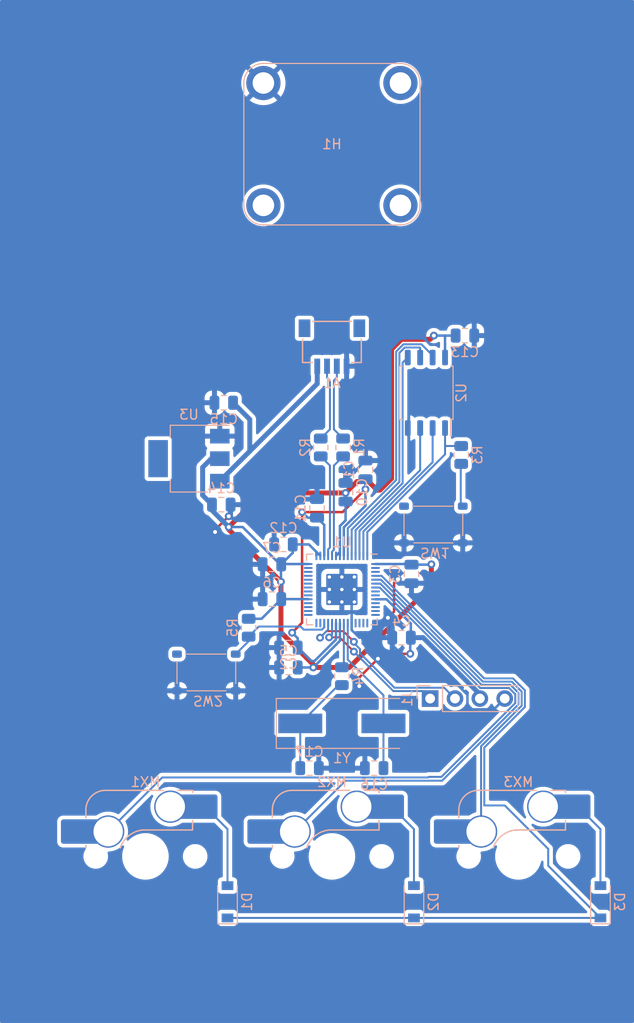
<source format=kicad_pcb>
(kicad_pcb (version 20211014) (generator pcbnew)
  (layers (0 "F.Cu" signal) (31 "B.Cu" signal) (34 "B.Paste" user) (35 "F.Paste" user) (36 "B.SilkS" user "B.Silkscreen") (37 "F.SilkS" user "F.Silkscreen") (38 "B.Mask" user) (39 "F.Mask" user) (44 "Edge.Cuts" user))
  (net 0 "")
  (net 1 "D+")
  (net 2 "GND")
  (net 3 "D-")
  (net 4 "+5V")
  (net 5 "+1V1")
  (net 6 "+3V3")
  (net 7 "Net-(C16-Pad2)")
  (net 8 "Net-(C17-Pad2)")
  (net 9 "row0")
  (net 10 "Net-(D1-Pad2)")
  (net 11 "Net-(D2-Pad2)")
  (net 12 "Net-(D3-Pad2)")
  (net 13 "Net-(J1-Pad1)")
  (net 14 "Net-(J1-Pad2)")
  (net 15 "/DP")
  (net 16 "/DN")
  (net 17 "Net-(R3-Pad1)")
  (net 18 "SS")
  (net 19 "Net-(R4-Pad2)")
  (net 20 "Net-(R5-Pad2)")
  (net 47 "Net-(U1-Pad51)")
  (net 48 "SCLK")
  (net 49 "Net-(U1-Pad53)")
  (net 50 "Net-(U1-Pad54)")
  (net 51 "Net-(U1-Pad55)")
  (net 52 "col0")
  (net 53 "col1")
  (net 54 "col2")
  (footprint "local:TS-1187A" (layer "B.Cu") (at 157.782 89.946)
    (fp_text reference "SW2" (at 3.175 4.7625 -180 unlocked) (layer "B.SilkS") (effects (justify mirror)))
    (fp_text value "SW_Reset")
    (pad "1" smd roundrect (at 6 3.75) (size 1 0.75) (layers "B.Cu" "B.Paste" "B.Mask") (net 2 "GND"))
    (pad "1" smd roundrect (at 0 3.75) (size 1 0.75) (layers "B.Cu" "B.Paste" "B.Mask") (net 2 "GND"))
    (pad "2" smd roundrect (at 6 0) (size 1 0.75) (layers "B.Cu" "B.Paste" "B.Mask") (net 20 "Net-(R5-Pad2)"))
    (pad "2" smd roundrect (at 0 0) (size 1 0.75) (layers "B.Cu" "B.Paste" "B.Mask") (net 20 "Net-(R5-Pad2)"))
  )
  (footprint "Resistor_SMD:R_0805_2012Metric" (layer "B.Cu") (at 186.817 69.596 90)
    (fp_text reference "R3" (at 0 1.65 90) (layer "B.SilkS") (effects (justify mirror)))
    (fp_text value "1k")
    (pad "1" smd roundrect (at -0.9125 0 90) (size 1.025 1.4) (layers "B.Cu" "B.Paste" "B.Mask") (roundrect_rratio 0.243902) (net 17 "Net-(R3-Pad1)"))
    (pad "2" smd roundrect (at 0.9125 0 90) (size 1.025 1.4) (layers "B.Cu" "B.Paste" "B.Mask") (roundrect_rratio 0.243902) (net 18 "SS"))
  )
  (footprint "Resistor_SMD:R_0805_2012Metric" (layer "B.Cu") (at 165.1 87.249 -90)
    (fp_text reference "R5" (at 0 1.65 -270) (layer "B.SilkS") (effects (justify mirror)))
    (fp_text value "1k")
    (pad "1" smd roundrect (at -0.9125 0 270) (size 1.025 1.4) (layers "B.Cu" "B.Paste" "B.Mask") (roundrect_rratio 0.243902) (net 6 "+3V3"))
    (pad "2" smd roundrect (at 0.9125 0 270) (size 1.025 1.4) (layers "B.Cu" "B.Paste" "B.Mask") (roundrect_rratio 0.243902) (net 20 "Net-(R5-Pad2)"))
  )
  (footprint "local:TS-1187A" (layer "B.Cu") (at 180.975 74.833)
    (fp_text reference "SW1" (at 3.175 4.7625 -180 unlocked) (layer "B.SilkS") (effects (justify mirror)))
    (fp_text value "SW_USB_BOOT")
    (pad "1" smd roundrect (at 0 3.75) (size 1 0.75) (layers "B.Cu" "B.Paste" "B.Mask") (net 2 "GND"))
    (pad "1" smd roundrect (at 6 3.75) (size 1 0.75) (layers "B.Cu" "B.Paste" "B.Mask") (net 2 "GND"))
    (pad "2" smd roundrect (at 0 0) (size 1 0.75) (layers "B.Cu" "B.Paste" "B.Mask") (net 17 "Net-(R3-Pad1)"))
    (pad "2" smd roundrect (at 6 0) (size 1 0.75) (layers "B.Cu" "B.Paste" "B.Mask") (net 17 "Net-(R3-Pad1)"))
  )
  (footprint "Capacitor_SMD:C_0805_2012Metric" (layer "B.Cu") (at 171.323 101.6 180)
    (fp_text reference "C17" (at 0 1.68) (layer "B.SilkS") (effects (justify mirror)))
    (fp_text value "27pF")
    (pad "1" smd roundrect (at -0.95 0 180) (size 1 1.45) (layers "B.Cu" "B.Paste" "B.Mask") (net 2 "GND"))
    (pad "2" smd roundrect (at 0.95 0 180) (size 1 1.45) (layers "B.Cu" "B.Paste" "B.Mask") (net 8 "Net-(C17-Pad2)"))
  )
  (footprint "Resistor_SMD:R_0805_2012Metric" (layer "B.Cu") (at 174.625 92.202 90)
    (fp_text reference "R4" (at 0 1.65 90) (layer "B.SilkS") (effects (justify mirror)))
    (fp_text value "1k")
    (pad "1" smd roundrect (at -0.9125 0 90) (size 1.025 1.4) (layers "B.Cu" "B.Paste" "B.Mask") (roundrect_rratio 0.243902) (net 8 "Net-(C17-Pad2)"))
    (pad "2" smd roundrect (at 0.9125 0 90) (size 1.025 1.4) (layers "B.Cu" "B.Paste" "B.Mask") (roundrect_rratio 0.243902) (net 19 "Net-(R4-Pad2)"))
  )
  (footprint "Capacitor_SMD:C_0805_2012Metric" (layer "B.Cu") (at 169.164 89.281)
    (fp_text reference "C2" (at 0 1.68) (layer "B.SilkS") (effects (justify mirror)))
    (fp_text value "100nF")
    (pad "1" smd roundrect (at -0.95 0) (size 1 1.45) (layers "B.Cu" "B.Paste" "B.Mask") (net 2 "GND"))
    (pad "2" smd roundrect (at 0.95 0) (size 1 1.45) (layers "B.Cu" "B.Paste" "B.Mask") (net 5 "+1V1"))
  )
  (footprint "Capacitor_SMD:C_0805_2012Metric" (layer "B.Cu") (at 187.198 57.404)
    (fp_text reference "C13" (at 0 1.68) (layer "B.SilkS") (effects (justify mirror)))
    (fp_text value "100nF")
    (pad "1" smd roundrect (at -0.95 0) (size 1 1.45) (layers "B.Cu" "B.Paste" "B.Mask") (net 6 "+3V3"))
    (pad "2" smd roundrect (at 0.95 0) (size 1 1.45) (layers "B.Cu" "B.Paste" "B.Mask") (net 2 "GND"))
  )
  (footprint "Capacitor_SMD:C_0805_2012Metric" (layer "B.Cu") (at 181.737 81.75625 -90)
    (fp_text reference "C3" (at 0 1.68 90) (layer "B.SilkS") (effects (justify mirror)))
    (fp_text value "100nF")
    (pad "1" smd roundrect (at -0.95 0 270) (size 1 1.45) (layers "B.Cu" "B.Paste" "B.Mask") (net 6 "+3V3"))
    (pad "2" smd roundrect (at 0.95 0 270) (size 1 1.45) (layers "B.Cu" "B.Paste" "B.Mask") (net 2 "GND"))
  )
  (footprint "marbastlib-mx:SW_MX_HS_1u" (layer "B.Cu") (at 192.659 110.617 180)
    (fp_text reference "MX3" (at 0 7.6) (layer "B.SilkS") (effects (justify mirror)))
    (fp_text value "C" hide)
    (pad "" np_thru_hole circle (at 5.08 0 180) (size 1.75 1.75) (drill 1.75) (layers *.Cu *.Mask))
    (pad "" np_thru_hole circle (at -5.08 0 180) (size 1.75 1.75) (drill 1.75) (layers *.Cu *.Mask))
    (pad "" np_thru_hole circle (at 0 0 180) (size 3.9878 3.9878) (drill 3.9878) (layers *.Cu *.Mask))
    (pad "1" smd rect (at 5.635 2.54) (size 1.65 2.5) (layers "B.Cu") (net 54 "col2"))
    (pad "1" thru_hole circle (at 3.81 2.54 180) (size 3.3 3.3) (drill 3) (layers *.Cu *.Mask) (net 54 "col2"))
    (pad "1" smd roundrect (at 7.36 2.54 180) (size 2.55 2.5) (layers "B.Cu" "B.Paste" "B.Mask") (roundrect_rratio 0.1) (net 54 "col2"))
    (pad "2" smd rect (at -4.34 5.08 180) (size 1.65 2.5) (layers "B.Cu") (net 12 "Net-(D3-Pad2)"))
    (pad "2" smd roundrect (at -6.09 5.08 180) (size 2.55 2.5) (layers "B.Cu" "B.Paste" "B.Mask") (roundrect_rratio 0.1) (net 12 "Net-(D3-Pad2)"))
    (pad "2" thru_hole circle (at -2.54 5.08 180) (size 3.3 3.3) (drill 3) (layers *.Cu *.Mask) (net 12 "Net-(D3-Pad2)"))
  )
  (footprint "Capacitor_SMD:C_0805_2012Metric" (layer "B.Cu") (at 168.656 78.74 180)
    (fp_text reference "C12" (at 0 1.68) (layer "B.SilkS") (effects (justify mirror)))
    (fp_text value "1uF")
    (pad "1" smd roundrect (at -0.95 0 180) (size 1 1.45) (layers "B.Cu" "B.Paste" "B.Mask") (net 6 "+3V3"))
    (pad "2" smd roundrect (at 0.95 0 180) (size 1 1.45) (layers "B.Cu" "B.Paste" "B.Mask") (net 2 "GND"))
  )
  (footprint "Package_TO_SOT_SMD:SOT-223-3_TabPin2" (layer "B.Cu") (at 159.004 69.977 180)
    (fp_text reference "U3" (at 0 4.5) (layer "B.SilkS") (effects (justify mirror)))
    (fp_text value "NCP1117-3.3_SOT223")
    (pad "" smd rect (at 3.15 0 180) (size 2 3.8) (layers "B.Cu" "B.Paste" "B.Mask"))
    (pad "1" smd rect (at -3.15 2.3 180) (size 2 1.5) (layers "B.Cu" "B.Paste" "B.Mask") (net 2 "GND"))
    (pad "2" smd rect (at -3.15 0 180) (size 2 1.5) (layers "B.Cu" "B.Paste" "B.Mask") (net 6 "+3V3"))
    (pad "3" smd rect (at -3.15 -2.3 180) (size 2 1.5) (layers "B.Cu" "B.Paste" "B.Mask") (net 4 "+5V"))
  )
  (footprint "Capacitor_SMD:C_0805_2012Metric" (layer "B.Cu") (at 169.164 91.313 180)
    (fp_text reference "C5" (at 0 1.68) (layer "B.SilkS") (effects (justify mirror)))
    (fp_text value "100nF")
    (pad "1" smd roundrect (at -0.95 0 180) (size 1 1.45) (layers "B.Cu" "B.Paste" "B.Mask") (net 6 "+3V3"))
    (pad "2" smd roundrect (at 0.95 0 180) (size 1 1.45) (layers "B.Cu" "B.Paste" "B.Mask") (net 2 "GND"))
  )
  (footprint "Capacitor_SMD:C_0805_2012Metric" (layer "B.Cu") (at 167.48125 80.772 180)
    (fp_text reference "C7" (at 0 1.68) (layer "B.SilkS") (effects (justify mirror)))
    (fp_text value "100nF")
    (pad "1" smd roundrect (at -0.95 0 180) (size 1 1.45) (layers "B.Cu" "B.Paste" "B.Mask") (net 6 "+3V3"))
    (pad "2" smd roundrect (at 0.95 0 180) (size 1 1.45) (layers "B.Cu" "B.Paste" "B.Mask") (net 2 "GND"))
  )
  (footprint "Capacitor_SMD:C_0805_2012Metric" (layer "B.Cu") (at 167.48125 84.328 180)
    (fp_text reference "C6" (at 0 1.68) (layer "B.SilkS") (effects (justify mirror)))
    (fp_text value "100nF")
    (pad "1" smd roundrect (at -0.95 0 180) (size 1 1.45) (layers "B.Cu" "B.Paste" "B.Mask") (net 6 "+3V3"))
    (pad "2" smd roundrect (at 0.95 0 180) (size 1 1.45) (layers "B.Cu" "B.Paste" "B.Mask") (net 2 "GND"))
  )
  (footprint "Diode_SMD:D_SOD-123" (layer "B.Cu") (at 181.991 115.2525 90)
    (fp_text reference "D2" (at 0 2 90) (layer "B.SilkS") (effects (justify mirror)))
    (fp_text value "D_Small")
    (pad "1" smd rect (at -1.65 0 90) (size 0.9 1.2) (layers "B.Cu" "B.Paste" "B.Mask") (net 9 "row0"))
    (pad "2" smd rect (at 1.65 0 90) (size 0.9 1.2) (layers "B.Cu" "B.Paste" "B.Mask") (net 11 "Net-(D2-Pad2)"))
  )
  (footprint "Crystal:Crystal_SMD_HC49-SD" (layer "B.Cu") (at 174.625 97.028)
    (fp_text reference "Y1" (at 0 3.55) (layer "B.SilkS") (effects (justify mirror)))
    (fp_text value "ABLS-12.000MHZ-B4-T")
    (pad "1" smd rect (at -4.25 0) (size 4.5 2) (layers "B.Cu" "B.Paste" "B.Mask") (net 8 "Net-(C17-Pad2)"))
    (pad "2" smd rect (at 4.25 0) (size 4.5 2) (layers "B.Cu" "B.Paste" "B.Mask") (net 7 "Net-(C16-Pad2)"))
  )
  (footprint "Resistor_SMD:R_0805_2012Metric" (layer "B.Cu") (at 172.466 68.834 90)
    (fp_text reference "R2" (at 0 -1.5875 90) (layer "B.SilkS") (effects (justify mirror)))
    (fp_text value "27")
    (pad "1" smd roundrect (at -0.9125 0 90) (size 1.025 1.4) (layers "B.Cu" "B.Paste" "B.Mask") (roundrect_rratio 0.243902) (net 16 "/DN"))
    (pad "2" smd roundrect (at 0.9125 0 90) (size 1.025 1.4) (layers "B.Cu" "B.Paste" "B.Mask") (roundrect_rratio 0.243902) (net 3 "D-"))
  )
  (footprint "Diode_SMD:D_SOD-123" (layer "B.Cu") (at 201.041 115.2525 90)
    (fp_text reference "D3" (at 0 2 90) (layer "B.SilkS") (effects (justify mirror)))
    (fp_text value "D_Small")
    (pad "1" smd rect (at -1.65 0 90) (size 0.9 1.2) (layers "B.Cu" "B.Paste" "B.Mask") (net 9 "row0"))
    (pad "2" smd rect (at 1.65 0 90) (size 0.9 1.2) (layers "B.Cu" "B.Paste" "B.Mask") (net 12 "Net-(D3-Pad2)"))
  )
  (footprint "Capacitor_SMD:C_0805_2012Metric" (layer "B.Cu") (at 175.006 73.406 90)
    (fp_text reference "C10" (at 0 1.68 90) (layer "B.SilkS") (effects (justify mirror)))
    (fp_text value "100nF")
    (pad "1" smd roundrect (at -0.95 0 90) (size 1 1.45) (layers "B.Cu" "B.Paste" "B.Mask") (net 6 "+3V3"))
    (pad "2" smd roundrect (at 0.95 0 90) (size 1 1.45) (layers "B.Cu" "B.Paste" "B.Mask") (net 2 "GND"))
  )
  (footprint "Capacitor_SMD:C_0805_2012Metric" (layer "B.Cu") (at 172.085 75.057 -90)
    (fp_text reference "C11" (at 0 1.68 90) (layer "B.SilkS") (effects (justify mirror)))
    (fp_text value "1uF")
    (pad "1" smd roundrect (at -0.95 0 270) (size 1 1.45) (layers "B.Cu" "B.Paste" "B.Mask") (net 2 "GND"))
    (pad "2" smd roundrect (at 0.95 0 270) (size 1 1.45) (layers "B.Cu" "B.Paste" "B.Mask") (net 5 "+1V1"))
  )
  (footprint "Capacitor_SMD:C_0805_2012Metric" (layer "B.Cu") (at 180.721 88.265 180)
    (fp_text reference "C4" (at 0 1.68) (layer "B.SilkS") (effects (justify mirror)))
    (fp_text value "100nF")
    (pad "1" smd roundrect (at -0.95 0 180) (size 1 1.45) (layers "B.Cu" "B.Paste" "B.Mask") (net 6 "+3V3"))
    (pad "2" smd roundrect (at 0.95 0 180) (size 1 1.45) (layers "B.Cu" "B.Paste" "B.Mask") (net 2 "GND"))
  )
  (footprint "RP2040_minimal:RP2040-QFN-56" (layer "B.Cu") (at 174.625 83.34375 180)
    (fp_text reference "U1" (at 0 4.82) (layer "B.SilkS") (effects (justify mirror)))
    (fp_text value "RP2040")
    (pad "1" smd roundrect locked (at -3.4375 2.6 180) (size 0.875 0.2) (layers "B.Cu" "B.Paste" "B.Mask") (net 6 "+3V3"))
    (pad "2" smd roundrect locked (at -3.4375 2.2 180) (size 0.875 0.2) (layers "B.Cu" "B.Paste" "B.Mask"))
    (pad "3" smd roundrect locked (at -3.4375 1.8 180) (size 0.875 0.2) (layers "B.Cu" "B.Paste" "B.Mask"))
    (pad "4" smd roundrect locked (at -3.4375 1.4 180) (size 0.875 0.2) (layers "B.Cu" "B.Paste" "B.Mask") (net 9 "row0"))
    (pad "5" smd roundrect locked (at -3.4375 1 180) (size 0.875 0.2) (layers "B.Cu" "B.Paste" "B.Mask") (net 54 "col2"))
    (pad "6" smd roundrect locked (at -3.4375 0.6 180) (size 0.875 0.2) (layers "B.Cu" "B.Paste" "B.Mask") (net 53 "col1"))
    (pad "7" smd roundrect locked (at -3.4375 0.2 180) (size 0.875 0.2) (layers "B.Cu" "B.Paste" "B.Mask") (net 52 "col0"))
    (pad "8" smd roundrect locked (at -3.4375 -0.2 180) (size 0.875 0.2) (layers "B.Cu" "B.Paste" "B.Mask"))
    (pad "9" smd roundrect locked (at -3.4375 -0.6 180) (size 0.875 0.2) (layers "B.Cu" "B.Paste" "B.Mask"))
    (pad "10" smd roundrect locked (at -3.4375 -1 180) (size 0.875 0.2) (layers "B.Cu" "B.Paste" "B.Mask") (net 6 "+3V3"))
    (pad "11" smd roundrect locked (at -3.4375 -1.4 180) (size 0.875 0.2) (layers "B.Cu" "B.Paste" "B.Mask"))
    (pad "12" smd roundrect locked (at -3.4375 -1.8 180) (size 0.875 0.2) (layers "B.Cu" "B.Paste" "B.Mask"))
    (pad "13" smd roundrect locked (at -3.4375 -2.2 180) (size 0.875 0.2) (layers "B.Cu" "B.Paste" "B.Mask"))
    (pad "14" smd roundrect locked (at -3.4375 -2.6 180) (size 0.875 0.2) (layers "B.Cu" "B.Paste" "B.Mask"))
    (pad "15" smd roundrect locked (at -2.6 -3.4375 180) (size 0.2 0.875) (layers "B.Cu" "B.Paste" "B.Mask"))
    (pad "16" smd roundrect locked (at -2.2 -3.4375 180) (size 0.2 0.875) (layers "B.Cu" "B.Paste" "B.Mask"))
    (pad "17" smd roundrect locked (at -1.8 -3.4375 180) (size 0.2 0.875) (layers "B.Cu" "B.Paste" "B.Mask"))
    (pad "18" smd roundrect locked (at -1.4 -3.4375 180) (size 0.2 0.875) (layers "B.Cu" "B.Paste" "B.Mask"))
    (pad "19" smd roundrect locked (at -1 -3.4375 180) (size 0.2 0.875) (layers "B.Cu" "B.Paste" "B.Mask") (net 2 "GND"))
    (pad "20" smd roundrect locked (at -0.6 -3.4375 180) (size 0.2 0.875) (layers "B.Cu" "B.Paste" "B.Mask") (net 7 "Net-(C16-Pad2)"))
    (pad "21" smd roundrect locked (at -0.2 -3.4375 180) (size 0.2 0.875) (layers "B.Cu" "B.Paste" "B.Mask") (net 19 "Net-(R4-Pad2)"))
    (pad "22" smd roundrect locked (at 0.2 -3.4375 180) (size 0.2 0.875) (layers "B.Cu" "B.Paste" "B.Mask") (net 6 "+3V3"))
    (pad "23" smd roundrect locked (at 0.6 -3.4375 180) (size 0.2 0.875) (layers "B.Cu" "B.Paste" "B.Mask") (net 5 "+1V1"))
    (pad "24" smd roundrect locked (at 1 -3.4375 180) (size 0.2 0.875) (layers "B.Cu" "B.Paste" "B.Mask") (net 13 "Net-(J1-Pad1)"))
    (pad "25" smd roundrect locked (at 1.4 -3.4375 180) (size 0.2 0.875) (layers "B.Cu" "B.Paste" "B.Mask") (net 14 "Net-(J1-Pad2)"))
    (pad "26" smd roundrect locked (at 1.8 -3.4375 180) (size 0.2 0.875) (layers "B.Cu" "B.Paste" "B.Mask") (net 20 "Net-(R5-Pad2)"))
    (pad "27" smd roundrect locked (at 2.2 -3.4375 180) (size 0.2 0.875) (layers "B.Cu" "B.Paste" "B.Mask"))
    (pad "28" smd roundrect locked (at 2.6 -3.4375 180) (size 0.2 0.875) (layers "B.Cu" "B.Paste" "B.Mask"))
    (pad "29" smd roundrect locked (at 3.4375 -2.6 180) (size 0.875 0.2) (layers "B.Cu" "B.Paste" "B.Mask"))
    (pad "30" smd roundrect locked (at 3.4375 -2.2 180) (size 0.875 0.2) (layers "B.Cu" "B.Paste" "B.Mask"))
    (pad "31" smd roundrect locked (at 3.4375 -1.8 180) (size 0.875 0.2) (layers "B.Cu" "B.Paste" "B.Mask"))
    (pad "32" smd roundrect locked (at 3.4375 -1.4 180) (size 0.875 0.2) (layers "B.Cu" "B.Paste" "B.Mask"))
    (pad "33" smd roundrect locked (at 3.4375 -1 180) (size 0.875 0.2) (layers "B.Cu" "B.Paste" "B.Mask") (net 6 "+3V3"))
    (pad "34" smd roundrect locked (at 3.4375 -0.6 180) (size 0.875 0.2) (layers "B.Cu" "B.Paste" "B.Mask"))
    (pad "35" smd roundrect locked (at 3.4375 -0.2 180) (size 0.875 0.2) (layers "B.Cu" "B.Paste" "B.Mask"))
    (pad "36" smd roundrect locked (at 3.4375 0.2 180) (size 0.875 0.2) (layers "B.Cu" "B.Paste" "B.Mask"))
    (pad "37" smd roundrect locked (at 3.4375 0.6 180) (size 0.875 0.2) (layers "B.Cu" "B.Paste" "B.Mask"))
    (pad "38" smd roundrect locked (at 3.4375 1 180) (size 0.875 0.2) (layers "B.Cu" "B.Paste" "B.Mask"))
    (pad "39" smd roundrect locked (at 3.4375 1.4 180) (size 0.875 0.2) (layers "B.Cu" "B.Paste" "B.Mask"))
    (pad "40" smd roundrect locked (at 3.4375 1.8 180) (size 0.875 0.2) (layers "B.Cu" "B.Paste" "B.Mask"))
    (pad "41" smd roundrect locked (at 3.4375 2.2 180) (size 0.875 0.2) (layers "B.Cu" "B.Paste" "B.Mask"))
    (pad "42" smd roundrect locked (at 3.4375 2.6 180) (size 0.875 0.2) (layers "B.Cu" "B.Paste" "B.Mask") (net 6 "+3V3"))
    (pad "43" smd roundrect locked (at 2.6 3.4375 180) (size 0.2 0.875) (layers "B.Cu" "B.Paste" "B.Mask") (net 6 "+3V3"))
    (pad "44" smd roundrect locked (at 2.2 3.4375 180) (size 0.2 0.875) (layers "B.Cu" "B.Paste" "B.Mask") (net 6 "+3V3"))
    (pad "45" smd roundrect locked (at 1.8 3.4375 180) (size 0.2 0.875) (layers "B.Cu" "B.Paste" "B.Mask") (net 5 "+1V1"))
    (pad "46" smd roundrect locked (at 1.4 3.4375 180) (size 0.2 0.875) (layers "B.Cu" "B.Paste" "B.Mask") (net 16 "/DN"))
    (pad "47" smd roundrect locked (at 1 3.4375 180) (size 0.2 0.875) (layers "B.Cu" "B.Paste" "B.Mask") (net 15 "/DP"))
    (pad "48" smd roundrect locked (at 0.6 3.4375 180) (size 0.2 0.875) (layers "B.Cu" "B.Paste" "B.Mask") (net 6 "+3V3"))
    (pad "49" smd roundrect locked (at 0.2 3.4375 180) (size 0.2 0.875) (layers "B.Cu" "B.Paste" "B.Mask") (net 6 "+3V3"))
    (pad "50" smd roundrect locked (at -0.2 3.4375 180) (size 0.2 0.875) (layers "B.Cu" "B.Paste" "B.Mask") (net 5 "+1V1"))
    (pad "51" smd roundrect locked (at -0.6 3.4375 180) (size 0.2 0.875) (layers "B.Cu" "B.Paste" "B.Mask") (net 47 "Net-(U1-Pad51)"))
    (pad "52" smd roundrect locked (at -1 3.4375 180) (size 0.2 0.875) (layers "B.Cu" "B.Paste" "B.Mask") (net 48 "SCLK"))
    (pad "53" smd roundrect locked (at -1.4 3.4375 180) (size 0.2 0.875) (layers "B.Cu" "B.Paste" "B.Mask") (net 49 "Net-(U1-Pad53)"))
    (pad "54" smd roundrect locked (at -1.8 3.4375 180) (size 0.2 0.875) (layers "B.Cu" "B.Paste" "B.Mask") (net 50 "Net-(U1-Pad54)"))
    (pad "55" smd roundrect locked (at -2.2 3.4375 180) (size 0.2 0.875) (layers "B.Cu" "B.Paste" "B.Mask") (net 51 "Net-(U1-Pad55)"))
    (pad "56" smd roundrect locked (at -2.6 3.4375 180) (size 0.2 0.875) (layers "B.Cu" "B.Paste" "B.Mask") (net 18 "SS"))
    (pad "57" smd roundrect locked (at 0 0 180) (size 3.2 3.2) (layers "B.Cu" "B.Mask") (roundrect_rratio 0.045) (net 2 "GND"))
    (pad "57" thru_hole circle locked (at 1.275 -1.275 180) (size 0.6 0.6) (drill 0.35) (layers *.Cu) (net 2 "GND"))
    (pad "57" thru_hole circle locked (at 1.275 0 180) (size 0.6 0.6) (drill 0.35) (layers *.Cu) (net 2 "GND"))
    (pad "57" thru_hole circle locked (at 0 1.275 180) (size 0.6 0.6) (drill 0.35) (layers *.Cu) (net 2 "GND"))
    (pad "57" thru_hole circle locked (at 0 0 180) (size 0.6 0.6) (drill 0.35) (layers *.Cu) (net 2 "GND"))
    (pad "57" thru_hole circle locked (at -1.275 1.275 180) (size 0.6 0.6) (drill 0.35) (layers *.Cu) (net 2 "GND"))
    (pad "57" thru_hole circle locked (at -1.275 -1.275 180) (size 0.6 0.6) (drill 0.35) (layers *.Cu) (net 2 "GND"))
    (pad "57" thru_hole circle locked (at -1.275 0 180) (size 0.6 0.6) (drill 0.35) (layers *.Cu) (net 2 "GND"))
    (pad "57" thru_hole circle locked (at 0 -1.275 180) (size 0.6 0.6) (drill 0.35) (layers *.Cu) (net 2 "GND"))
    (pad "57" thru_hole circle locked (at 1.275 1.275 180) (size 0.6 0.6) (drill 0.35) (layers *.Cu) (net 2 "GND"))
  )
  (footprint "Resistor_SMD:R_0805_2012Metric" (layer "B.Cu") (at 174.752 68.834 90)
    (fp_text reference "R1" (at 0 1.65 90) (layer "B.SilkS") (effects (justify mirror)))
    (fp_text value "27")
    (pad "1" smd roundrect (at -0.9125 0 90) (size 1.025 1.4) (layers "B.Cu" "B.Paste" "B.Mask") (roundrect_rratio 0.243902) (net 15 "/DP"))
    (pad "2" smd roundrect (at 0.9125 0 90) (size 1.025 1.4) (layers "B.Cu" "B.Paste" "B.Mask") (roundrect_rratio 0.243902) (net 1 "D+"))
  )
  (footprint "marbastlib-mx:SW_MX_HS_1u" (layer "B.Cu") (at 154.559 110.617 180)
    (fp_text reference "MX1" (at 0 7.6) (layer "B.SilkS") (effects (justify mirror)))
    (fp_text value "Z" hide)
    (pad "" np_thru_hole circle (at -5.08 0 180) (size 1.75 1.75) (drill 1.75) (layers *.Cu *.Mask))
    (pad "" np_thru_hole circle (at 5.08 0 180) (size 1.75 1.75) (drill 1.75) (layers *.Cu *.Mask))
    (pad "" np_thru_hole circle (at 0 0 180) (size 3.9878 3.9878) (drill 3.9878) (layers *.Cu *.Mask))
    (pad "1" thru_hole circle (at 3.81 2.54 180) (size 3.3 3.3) (drill 3) (layers *.Cu *.Mask) (net 52 "col0"))
    (pad "1" smd rect (at 5.635 2.54) (size 1.65 2.5) (layers "B.Cu") (net 52 "col0"))
    (pad "1" smd roundrect (at 7.36 2.54 180) (size 2.55 2.5) (layers "B.Cu" "B.Paste" "B.Mask") (roundrect_rratio 0.1) (net 52 "col0"))
    (pad "2" thru_hole circle (at -2.54 5.08 180) (size 3.3 3.3) (drill 3) (layers *.Cu *.Mask) (net 10 "Net-(D1-Pad2)"))
    (pad "2" smd rect (at -4.34 5.08 180) (size 1.65 2.5) (layers "B.Cu") (net 10 "Net-(D1-Pad2)"))
    (pad "2" smd roundrect (at -6.09 5.08 180) (size 2.55 2.5) (layers "B.Cu" "B.Paste" "B.Mask") (roundrect_rratio 0.1) (net 10 "Net-(D1-Pad2)"))
  )
  (footprint "Capacitor_SMD:C_0805_2012Metric" (layer "B.Cu") (at 177.038 71.12 -90)
    (fp_text reference "C1" (at 0 1.68 90) (layer "B.SilkS") (effects (justify mirror)))
    (fp_text value "100nF")
    (pad "1" smd roundrect (at -0.95 0 270) (size 1 1.45) (layers "B.Cu" "B.Paste" "B.Mask") (net 2 "GND"))
    (pad "2" smd roundrect (at 0.95 0 270) (size 1 1.45) (layers "B.Cu" "B.Paste" "B.Mask") (net 5 "+1V1"))
  )
  (footprint "Connector_PinHeader_2.54mm:PinHeader_1x04_P2.54mm_Vertical" (layer "B.Cu") (at 183.642 94.488 -90)
    (fp_text reference "J1" (at 0 2.33 90) (layer "B.SilkS") (effects (justify mirror)))
    (fp_text value "SWD")
    (pad "1" thru_hole rect (at 0 0 270) (size 1.7 1.7) (drill 1) (layers *.Cu *.Mask) (net 13 "Net-(J1-Pad1)"))
    (pad "2" thru_hole oval (at 0 -2.54 270) (size 1.7 1.7) (drill 1) (layers *.Cu *.Mask) (net 14 "Net-(J1-Pad2)"))
    (pad "3" thru_hole oval (at 0 -5.08 270) (size 1.7 1.7) (drill 1) (layers *.Cu *.Mask) (net 6 "+3V3"))
    (pad "4" thru_hole oval (at 0 -7.62 270) (size 1.7 1.7) (drill 1) (layers *.Cu *.Mask) (net 2 "GND"))
  )
  (footprint "Capacitor_SMD:C_0805_2012Metric" (layer "B.Cu") (at 162.56 64.262)
    (fp_text reference "C15" (at 0 1.68) (layer "B.SilkS") (effects (justify mirror)))
    (fp_text value "10uF")
    (pad "1" smd roundrect (at -0.95 0) (size 1 1.45) (layers "B.Cu" "B.Paste" "B.Mask") (net 2 "GND"))
    (pad "2" smd roundrect (at 0.95 0) (size 1 1.45) (layers "B.Cu" "B.Paste" "B.Mask") (net 4 "+5V"))
  )
  (footprint "random-keyboard-parts:JST-SR-4" (layer "B.Cu") (at 173.609 55.753)
    (fp_text reference "A1" (at 0 6.5) (layer "B.SilkS") (effects (justify mirror)))
    (fp_text value "USB")
    (pad "" smd rect locked (at -2.8 0.9) (size 1.2 1.8) (layers "B.Cu" "B.Paste" "B.Mask"))
    (pad "" smd rect locked (at 2.8 0.9) (size 1.2 1.8) (layers "B.Cu" "B.Paste" "B.Mask"))
    (pad "1" smd rect locked (at -1.5 4.775) (size 0.6 1.55) (layers "B.Cu" "B.Paste" "B.Mask") (net 4 "+5V"))
    (pad "2" smd rect locked (at -0.5 4.775) (size 0.6 1.55) (layers "B.Cu" "B.Paste" "B.Mask") (net 3 "D-"))
    (pad "3" smd rect locked (at 0.5 4.775) (size 0.6 1.55) (layers "B.Cu" "B.Paste" "B.Mask") (net 1 "D+"))
    (pad "4" smd rect locked (at 1.5 4.775) (size 0.6 1.55) (layers "B.Cu" "B.Paste" "B.Mask") (net 2 "GND"))
  )
  (footprint "Package_SO:SOIC-8_5.23x5.23mm_P1.27mm" (layer "B.Cu") (at 183.261 63.246 90)
    (fp_text reference "U2" (at 0 3.56 90) (layer "B.SilkS") (effects (justify mirror)))
    (fp_text value "W25Q128JVS")
    (pad "1" smd roundrect (at -3.6 1.905 90) (size 1.6 0.6) (layers "B.Cu" "B.Paste" "B.Mask") (net 18 "SS"))
    (pad "2" smd roundrect (at -3.6 0.635 90) (size 1.6 0.6) (layers "B.Cu" "B.Paste" "B.Mask") (net 51 "Net-(U1-Pad55)"))
    (pad "3" smd roundrect (at -3.6 -0.635 90) (size 1.6 0.6) (layers "B.Cu" "B.Paste" "B.Mask") (net 50 "Net-(U1-Pad54)"))
    (pad "4" smd roundrect (at -3.6 -1.905 90) (size 1.6 0.6) (layers "B.Cu" "B.Paste" "B.Mask") (net 2 "GND"))
    (pad "5" smd roundrect (at 3.6 -1.905 90) (size 1.6 0.6) (layers "B.Cu" "B.Paste" "B.Mask") (net 49 "Net-(U1-Pad53)"))
    (pad "6" smd roundrect (at 3.6 -0.635 90) (size 1.6 0.6) (layers "B.Cu" "B.Paste" "B.Mask") (net 48 "SCLK"))
    (pad "7" smd roundrect (at 3.6 0.635 90) (size 1.6 0.6) (layers "B.Cu" "B.Paste" "B.Mask") (net 47 "Net-(U1-Pad51)"))
    (pad "8" smd roundrect (at 3.6 1.905 90) (size 1.6 0.6) (layers "B.Cu" "B.Paste" "B.Mask") (net 6 "+3V3"))
  )
  (footprint "Capacitor_SMD:C_0805_2012Metric" (layer "B.Cu") (at 177.927 101.6)
    (fp_text reference "C16" (at 0 1.68) (layer "B.SilkS") (effects (justify mirror)))
    (fp_text value "27pF")
    (pad "1" smd roundrect (at -0.95 0) (size 1 1.45) (layers "B.Cu" "B.Paste" "B.Mask") (net 2 "GND"))
    (pad "2" smd roundrect (at 0.95 0) (size 1 1.45) (layers "B.Cu" "B.Paste" "B.Mask") (net 7 "Net-(C16-Pad2)"))
  )
  (footprint "Capacitor_SMD:C_0805_2012Metric" (layer "B.Cu") (at 162.306 74.676 180)
    (fp_text reference "C14" (at 0 1.68) (layer "B.SilkS") (effects (justify mirror)))
    (fp_text value "10uF")
    (pad "1" smd roundrect (at -0.95 0 180) (size 1 1.45) (layers "B.Cu" "B.Paste" "B.Mask") (net 2 "GND"))
    (pad "2" smd roundrect (at 0.95 0 180) (size 1 1.45) (layers "B.Cu" "B.Paste" "B.Mask") (net 6 "+3V3"))
  )
  (footprint "local:UNIFIED-DAUGHTERBOARD-C3" (layer "B.Cu") (at 173.609 37.846 180)
    (fp_text reference "H1" (at 0 0 unlocked) (layer "B.SilkS") (effects (justify mirror)))
    (fp_text value "Daughterboard")
    (pad "" thru_hole circle (at -7 -6.25 180) (size 3.500001 3.500001) (drill 2.2) (layers *.Cu *.Mask))
    (pad "" thru_hole circle (at -7 6.25 180) (size 3.500001 3.500001) (drill 2.2) (layers *.Cu *.Mask))
    (pad "" thru_hole circle (at 7 -6.25 180) (size 3.500001 3.500001) (drill 2.2) (layers *.Cu *.Mask))
    (pad "1" thru_hole circle (at 7 6.25 180) (size 3.500001 3.500001) (drill 2.2) (layers *.Cu *.Mask) (net 2 "GND"))
  )
  (footprint "marbastlib-mx:SW_MX_HS_1u" (layer "B.Cu") (at 173.609 110.617 180)
    (fp_text reference "MX2" (at 0 7.6) (layer "B.SilkS") (effects (justify mirror)))
    (fp_text value "X" hide)
    (pad "" np_thru_hole circle (at 0 0 180) (size 3.9878 3.9878) (drill 3.9878) (layers *.Cu *.Mask))
    (pad "" np_thru_hole circle (at -5.08 0 180) (size 1.75 1.75) (drill 1.75) (layers *.Cu *.Mask))
    (pad "" np_thru_hole circle (at 5.08 0 180) (size 1.75 1.75) (drill 1.75) (layers *.Cu *.Mask))
    (pad "1" smd roundrect (at 7.36 2.54 180) (size 2.55 2.5) (layers "B.Cu" "B.Paste" "B.Mask") (roundrect_rratio 0.1) (net 53 "col1"))
    (pad "1" smd rect (at 5.635 2.54) (size 1.65 2.5) (layers "B.Cu") (net 53 "col1"))
    (pad "1" thru_hole circle (at 3.81 2.54 180) (size 3.3 3.3) (drill 3) (layers *.Cu *.Mask) (net 53 "col1"))
    (pad "2" thru_hole circle (at -2.54 5.08 180) (size 3.3 3.3) (drill 3) (layers *.Cu *.Mask) (net 11 "Net-(D2-Pad2)"))
    (pad "2" smd rect (at -4.34 5.08 180) (size 1.65 2.5) (layers "B.Cu") (net 11 "Net-(D2-Pad2)"))
    (pad "2" smd roundrect (at -6.09 5.08 180) (size 2.55 2.5) (layers "B.Cu" "B.Paste" "B.Mask") (roundrect_rratio 0.1) (net 11 "Net-(D2-Pad2)"))
  )
  (footprint "Diode_SMD:D_SOD-123" (layer "B.Cu") (at 162.941 115.2525 90)
    (fp_text reference "D1" (at 0 2 90) (layer "B.SilkS") (effects (justify mirror)))
    (fp_text value "D_Small")
    (pad "1" smd rect (at -1.65 0 90) (size 0.9 1.2) (layers "B.Cu" "B.Paste" "B.Mask") (net 9 "row0"))
    (pad "2" smd rect (at 1.65 0 90) (size 0.9 1.2) (layers "B.Cu" "B.Paste" "B.Mask") (net 10 "Net-(D1-Pad2)"))
  )
  (segment (start 173.8106 66.9801) (end 174.752 67.9215) (width 0.2) (layer "B.Cu") (net 1))
  (segment (start 174.109 61.690501) (end 173.8106 61.988901) (width 0.2) (layer "B.Cu") (net 1))
  (segment (start 174.109 60.528) (end 174.109 61.690501) (width 0.2) (layer "B.Cu") (net 1))
  (segment (start 173.8106 61.988901) (end 173.8106 66.9801) (width 0.2) (layer "B.Cu") (net 1))
  (segment (start 178.308 90.424) (end 176.403 92.329) (width 0.254) (layer "F.Cu") (net 2))
  (segment (start 163.068 75.858206) (end 161.671 77.255206) (width 0.254) (layer "F.Cu") (net 2))
  (segment (start 179.959 82.677) (end 179.959 85.598) (width 0.254) (layer "F.Cu") (net 2))
  (segment (start 176.403 92.329) (end 176.403 93.218) (width 0.254) (layer "F.Cu") (net 2))
  (segment (start 179.959 85.598) (end 179.324 86.233) (width 0.254) (layer "F.Cu") (net 2))
  (segment (start 180.34 82.296) (end 179.959 82.677) (width 0.254) (layer "F.Cu") (net 2))
  (segment (start 161.671 77.255206) (end 161.671 77.47) (width 0.254) (layer "F.Cu") (net 2))
  (via (at 179.324 86.233) (size 0.8) (drill 0.4) (layers "F.Cu" "B.Cu") (net 2))
  (via (at 176.403 93.218) (size 0.8) (drill 0.4) (layers "F.Cu" "B.Cu") (net 2))
  (via (at 178.308 90.424) (size 0.8) (drill 0.4) (layers "F.Cu" "B.Cu") (net 2))
  (via (at 161.671 77.47) (size 0.8) (drill 0.4) (layers "F.Cu" "B.Cu") (net 2))
  (via (at 163.068 75.858206) (size 0.8) (drill 0.4) (layers "F.Cu" "B.Cu") (net 2))
  (via (at 180.34 82.296) (size 0.8) (drill 0.4) (layers "F.Cu" "B.Cu") (net 2))
  (segment (start 190.158489 95.591511) (end 187.931932 95.591511) (width 0.254) (layer "B.Cu") (net 2))
  (segment (start 179.771 88.265) (end 177.165 88.265) (width 0.254) (layer "B.Cu") (net 2))
  (segment (start 177.165 88.265) (end 178.308 89.408) (width 0.254) (layer "B.Cu") (net 2))
  (segment (start 187.452 94.107) (end 185.166 91.821) (width 0.254) (layer "B.Cu") (net 2))
  (segment (start 179.324 86.233) (end 179.324 87.818) (width 0.254) (layer "B.Cu") (net 2))
  (segment (start 182.590795 91.821) (end 179.771 89.001205) (width 0.254) (layer "B.Cu") (net 2))
  (segment (start 187.931932 95.591511) (end 187.452 95.111579) (width 0.254) (layer "B.Cu") (net 2))
  (segment (start 175.625 87.487) (end 176.403 88.265) (width 0.254) (layer "B.Cu") (net 2))
  (segment (start 187.452 95.111579) (end 187.452 94.107) (width 0.254) (layer "B.Cu") (net 2))
  (segment (start 161.671 77.47) (end 164.973 80.772) (width 0.254) (layer "B.Cu") (net 2))
  (segment (start 175.625 84.89375) (end 175.9 84.61875) (width 0.254) (layer "B.Cu") (net 2))
  (segment (start 164.973 80.772) (end 166.53125 80.772) (width 0.254) (layer "B.Cu") (net 2))
  (segment (start 175.625 86.78125) (end 175.625 84.89375) (width 0.254) (layer "B.Cu") (net 2))
  (segment (start 175.625 87.487) (end 175.625 86.78125) (width 0.254) (layer "B.Cu") (net 2))
  (segment (start 175.006 72.202) (end 177.038 70.17) (width 0.254) (layer "B.Cu") (net 2))
  (segment (start 177.165 88.265) (end 176.403 88.265) (width 0.254) (layer "B.Cu") (net 2))
  (segment (start 175.006 72.456) (end 175.006 72.202) (width 0.254) (layer "B.Cu") (net 2))
  (segment (start 179.771 89.001205) (end 179.771 88.265) (width 0.254) (layer "B.Cu") (net 2))
  (segment (start 181.737 82.70625) (end 180.75025 82.70625) (width 0.254) (layer "B.Cu") (net 2))
  (segment (start 163.256 75.670206) (end 163.068 75.858206) (width 0.254) (layer "B.Cu") (net 2))
  (segment (start 163.256 74.676) (end 163.256 75.670206) (width 0.254) (layer "B.Cu") (net 2))
  (segment (start 172.273 101.6) (end 176.977 101.6) (width 0.254) (layer "B.Cu") (net 2))
  (segment (start 180.75025 82.70625) (end 180.34 82.296) (width 0.254) (layer "B.Cu") (net 2))
  (segment (start 178.308 89.408) (end 178.308 90.424) (width 0.254) (layer "B.Cu") (net 2))
  (segment (start 179.324 87.818) (end 179.771 88.265) (width 0.254) (layer "B.Cu") (net 2))
  (segment (start 185.166 91.821) (end 182.590795 91.821) (width 0.254) (layer "B.Cu") (net 2))
  (segment (start 191.262 94.488) (end 190.158489 95.591511) (width 0.254) (layer "B.Cu") (net 2))
  (segment (start 173.109 61.690501) (end 173.4074 61.988901) (width 0.2) (layer "B.Cu") (net 3))
  (segment (start 173.109 60.528) (end 173.109 61.690501) (width 0.2) (layer "B.Cu") (net 3))
  (segment (start 173.4074 61.988901) (end 173.4074 66.9801) (width 0.2) (layer "B.Cu") (net 3))
  (segment (start 173.4074 66.9801) (end 172.466 67.9215) (width 0.2) (layer "B.Cu") (net 3))
  (segment (start 172.109 62.322) (end 165.2215 69.2095) (width 0.508) (layer "B.Cu") (net 4))
  (segment (start 163.51 64.262) (end 165.2215 65.9735) (width 0.508) (layer "B.Cu") (net 4))
  (segment (start 165.2215 65.9735) (end 165.2215 69.2095) (width 0.508) (layer "B.Cu") (net 4))
  (segment (start 165.2215 69.2095) (end 162.154 72.277) (width 0.508) (layer "B.Cu") (net 4))
  (segment (start 172.109 60.528) (end 172.109 62.322) (width 0.508) (layer "B.Cu") (net 4))
  (segment (start 174.7015 75.438) (end 177.038 73.1015) (width 0.254) (layer "F.Cu") (net 5))
  (segment (start 170.561 86.741) (end 169.545 87.757) (width 0.254) (layer "F.Cu") (net 5))
  (segment (start 170.561 75.438) (end 174.7015 75.438) (width 0.254) (layer "F.Cu") (net 5))
  (segment (start 170.561 75.438) (end 170.561 86.741) (width 0.254) (layer "F.Cu") (net 5))
  (via (at 170.561 75.438) (size 0.8) (drill 0.4) (layers "F.Cu" "B.Cu") (net 5))
  (via (at 177.038 73.1015) (size 0.8) (drill 0.4) (layers "F.Cu" "B.Cu") (net 5))
  (via (at 169.545 87.757) (size 0.8) (drill 0.4) (layers "F.Cu" "B.Cu") (net 5))
  (segment (start 174.825 77.001198) (end 177.038 74.788198) (width 0.254) (layer "B.Cu") (net 5))
  (segment (start 177.038 72.07) (end 177.038 73.1015) (width 0.254) (layer "B.Cu") (net 5))
  (segment (start 172.825 79.90625) (end 172.825 76.747) (width 0.254) (layer "B.Cu") (net 5))
  (segment (start 171.13 76.007) (end 170.561 75.438) (width 0.254) (layer "B.Cu") (net 5))
  (segment (start 174.025 88.453864) (end 171.819375 90.659489) (width 0.254) (layer "B.Cu") (net 5))
  (segment (start 171.492489 90.659489) (end 170.114 89.281) (width 0.254) (layer "B.Cu") (net 5))
  (segment (start 172.825 76.747) (end 172.085 76.007) (width 0.254) (layer "B.Cu") (net 5))
  (segment (start 172.085 76.007) (end 171.13 76.007) (width 0.254) (layer "B.Cu") (net 5))
  (segment (start 174.025 86.78125) (end 174.025 88.453864) (width 0.254) (layer "B.Cu") (net 5))
  (segment (start 177.038 74.788198) (end 177.038 72.07) (width 0.254) (layer "B.Cu") (net 5))
  (segment (start 170.114 89.281) (end 170.114 88.326) (width 0.254) (layer "B.Cu") (net 5))
  (segment (start 170.114 88.326) (end 169.545 87.757) (width 0.254) (layer "B.Cu") (net 5))
  (segment (start 171.819375 90.659489) (end 171.492489 90.659489) (width 0.254) (layer "B.Cu") (net 5))
  (segment (start 174.825 79.90625) (end 174.825 77.001198) (width 0.254) (layer "B.Cu") (net 5))
  (segment (start 175.006 73.4825) (end 176.167511 72.320989) (width 0.508) (layer "F.Cu") (net 6))
  (segment (start 168.402 87.71781) (end 171.704 91.01981) (width 0.508) (layer "F.Cu") (net 6))
  (segment (start 178.52281 73.19119) (end 179.705 72.009) (width 0.508) (layer "F.Cu") (net 6))
  (segment (start 175.387 91.313) (end 177.9905 88.7095) (width 0.508) (layer "F.Cu") (net 6))
  (segment (start 166.5475 73.4825) (end 163.068 76.962) (width 0.508) (layer "F.Cu") (net 6))
  (segment (start 171.704 91.01981) (end 171.704 91.313) (width 0.508) (layer "F.Cu") (net 6))
  (segment (start 177.9905 88.7095) (end 183.769 82.931) (width 0.508) (layer "F.Cu") (net 6))
  (segment (start 179.705 72.009) (end 179.705 58.801) (width 0.508) (layer "F.Cu") (net 6))
  (segment (start 180.721 57.785) (end 183.642 57.785) (width 0.508) (layer "F.Cu") (net 6))
  (segment (start 179.705 58.801) (end 180.721 57.785) (width 0.508) (layer "F.Cu") (net 6))
  (segment (start 183.642 57.785) (end 184.023 57.404) (width 0.508) (layer "F.Cu") (net 6))
  (segment (start 178.2315 73.19119) (end 178.52281 73.19119) (width 0.508) (layer "F.Cu") (net 6))
  (segment (start 163.068 77.216) (end 168.402 82.55) (width 0.508) (layer "F.Cu") (net 6))
  (segment (start 163.068 76.962) (end 163.068 77.216) (width 0.508) (layer "F.Cu") (net 6))
  (segment (start 176.167511 72.320989) (end 177.361299 72.320989) (width 0.508) (layer "F.Cu") (net 6))
  (segment (start 168.402 82.55) (end 168.402 87.71781) (width 0.508) (layer "F.Cu") (net 6))
  (segment (start 183.769 82.931) (end 183.769 80.772) (width 0.508) (layer "F.Cu") (net 6))
  (segment (start 177.361299 72.320989) (end 178.2315 73.19119) (width 0.508) (layer "F.Cu") (net 6))
  (segment (start 175.006 73.4825) (end 166.5475 73.4825) (width 0.508) (layer "F.Cu") (net 6))
  (segment (start 171.704 91.313) (end 175.387 91.313) (width 0.508) (layer "F.Cu") (net 6))
  (segment (start 179.197 89.916) (end 181.61 89.916) (width 0.254) (layer "F.Cu") (net 6))
  (segment (start 177.9905 88.7095) (end 179.197 89.916) (width 0.254) (layer "F.Cu") (net 6))
  (via (at 163.068 76.962) (size 0.8) (drill 0.4) (layers "F.Cu" "B.Cu") (net 6))
  (via (at 168.402 82.55) (size 0.8) (drill 0.4) (layers "F.Cu" "B.Cu") (net 6))
  (via (at 171.704 91.313) (size 0.8) (drill 0.4) (layers "F.Cu" "B.Cu") (net 6))
  (via (at 175.006 73.4825) (size 0.8) (drill 0.4) (layers "F.Cu" "B.Cu") (net 6))
  (via (at 184.023 57.404) (size 0.8) (drill 0.4) (layers "F.Cu" "B.Cu") (net 6))
  (via (at 183.769 80.772) (size 0.8) (drill 0.4) (layers "F.Cu" "B.Cu") (net 6))
  (via (at 181.61 89.916) (size 0.8) (drill 0.4) (layers "F.Cu" "B.Cu") (net 6))
  (segment (start 169.606 79.59725) (end 168.43125 80.772) (width 0.254) (layer "B.Cu") (net 6))
  (segment (start 168.43125 84.328) (end 166.42275 86.3365) (width 0.254) (layer "B.Cu") (net 6))
  (segment (start 168.43125 84.328) (end 168.43125 82.57925) (width 0.254) (layer "B.Cu") (net 6))
  (segment (start 168.43125 82.57925) (end 168.402 82.55) (width 0.254) (layer "B.Cu") (net 6))
  (segment (start 181.671 88.265) (end 181.671 86.823644) (width 0.254) (layer "B.Cu") (net 6))
  (segment (start 174.425 76.863062) (end 174.425 78.686) (width 0.254) (layer "B.Cu") (net 6))
  (segment (start 182.93275 88.265) (end 181.671 88.265) (width 0.508) (layer "B.Cu") (net 6))
  (segment (start 160.401 70.866) (end 160.401 73.721) (width 0.508) (layer "B.Cu") (net 6))
  (segment (start 181.61 89.916) (end 181.61 88.326) (width 0.254) (layer "B.Cu") (net 6))
  (segment (start 185.166 57.404) (end 184.023 57.404) (width 0.254) (layer "B.Cu") (net 6))
  (segment (start 174.425 78.686) (end 174.425 79.90625) (width 0.254) (layer "B.Cu") (net 6))
  (segment (start 174.425 79.50625) (end 174.425 78.686) (width 0.254) (layer "B.Cu") (net 6))
  (segment (start 188.722 94.488) (end 188.722 93.892009) (width 0.508) (layer "B.Cu") (net 6))
  (segment (start 164.490916 76.962) (end 163.068 76.962) (width 0.254) (layer "B.Cu") (net 6))
  (segment (start 172.425 79.90625) (end 171.989375 79.470625) (width 0.254) (layer "B.Cu") (net 6))
  (segment (start 170.114 91.313) (end 171.704 91.313) (width 0.254) (layer "B.Cu") (net 6))
  (segment (start 183.73475 80.80625) (end 183.769 80.772) (width 0.254) (layer "B.Cu") (net 6))
  (segment (start 188.722 93.892009) (end 188.559759 93.892009) (width 0.508) (layer "B.Cu") (net 6))
  (segment (start 166.42275 86.3365) (end 165.1 86.3365) (width 0.254) (layer "B.Cu") (net 6))
  (segment (start 175.006 74.356) (end 175.006 76.282062) (width 0.254) (layer "B.Cu") (net 6))
  (segment (start 174.025 79.90625) (end 174.425 79.50625) (width 0.254) (layer "B.Cu") (net 6))
  (segment (start 185.166 59.646) (end 185.166 57.404) (width 0.254) (layer "B.Cu") (net 6))
  (segment (start 188.559759 93.892009) (end 182.93275 88.265) (width 0.508) (layer "B.Cu") (net 6))
  (segment (start 171.989375 79.470625) (end 171.25875 78.74) (width 0.254) (layer "B.Cu") (net 6))
  (segment (start 161.356 75.25) (end 163.068 76.962) (width 0.508) (layer "B.Cu") (net 6))
  (segment (start 168.300916 80.772) (end 164.490916 76.962) (width 0.254) (layer "B.Cu") (net 6))
  (segment (start 172.025 79.50625) (end 171.989375 79.470625) (width 0.254) (layer "B.Cu") (net 6))
  (segment (start 172.025 79.90625) (end 172.025 79.50625) (width 0.254) (layer "B.Cu") (net 6))
  (segment (start 171.25875 78.74) (end 169.606 78.74) (width 0.254) (layer "B.Cu") (net 6))
  (segment (start 186.248 57.404) (end 185.166 57.404) (width 0.254) (layer "B.Cu") (net 6))
  (segment (start 161.29 69.977) (end 160.401 70.866) (width 0.508) (layer "B.Cu") (net 6))
  (segment (start 179.191106 84.34375) (end 178.0625 84.34375) (width 0.254) (layer "B.Cu") (net 6))
  (segment (start 175.006 76.282062) (end 174.425 76.863062) (width 0.254) (layer "B.Cu") (net 6))
  (segment (start 168.402 82.55) (end 168.402 80.80125) (width 0.254) (layer "B.Cu") (net 6))
  (segment (start 168.43125 84.328) (end 171.17175 84.328) (width 0.254) (layer "B.Cu") (net 6))
  (segment (start 169.606 78.74) (end 169.606 79.59725) (width 0.254) (layer "B.Cu") (net 6))
  (segment (start 174.425 86.78125) (end 174.425 88.592) (width 0.254) (layer "B.Cu") (net 6))
  (segment (start 181.6745 80.74375) (end 178.0625 80.74375) (width 0.254) (layer "B.Cu") (net 6))
  (segment (start 162.154 69.977) (end 161.29 69.977) (width 0.508) (layer "B.Cu") (net 6))
  (segment (start 181.737 80.80625) (end 183.73475 80.80625) (width 0.254) (layer "B.Cu") (net 6))
  (segment (start 181.671 86.823644) (end 179.191106 84.34375) (width 0.254) (layer "B.Cu") (net 6))
  (segment (start 174.425 88.592) (end 171.704 91.313) (width 0.254) (layer "B.Cu") (net 6))
  (segment (start 171.1875 80.74375) (end 168.4595 80.74375) (width 0.254) (layer "B.Cu") (net 6))
  (segment (start 161.356 74.676) (end 161.356 75.25) (width 0.508) (layer "B.Cu") (net 6))
  (segment (start 175.006 74.356) (end 175.006 73.4825) (width 0.254) (layer "B.Cu") (net 6))
  (segment (start 171.17175 84.328) (end 171.1875 84.34375) (width 0.254) (layer "B.Cu") (net 6))
  (segment (start 160.401 73.721) (end 161.356 74.676) (width 0.508) (layer "B.Cu") (net 6))
  (segment (start 178.875 94.153099) (end 178.875 97.028) (width 0.2) (layer "B.Cu") (net 7))
  (segment (start 175.225 90.503099) (end 178.875 94.153099) (width 0.2) (layer "B.Cu") (net 7))
  (segment (start 178.875 101.598) (end 178.875 97.028) (width 0.2) (layer "B.Cu") (net 7))
  (segment (start 175.225 86.78125) (end 175.225 90.503099) (width 0.2) (layer "B.Cu") (net 7))
  (segment (start 170.375 97.028) (end 174.2885 93.1145) (width 0.2) (layer "B.Cu") (net 8))
  (segment (start 170.375 97.028) (end 170.375 101.598) (width 0.2) (layer "B.Cu") (net 8))
  (segment (start 189.17552 105.41) (end 191.262 105.41) (width 0.2) (layer "B.Cu") (net 9))
  (segment (start 195.707 109.855) (end 195.707 111.5685) (width 0.2) (layer "B.Cu") (net 9))
  (segment (start 193.318071 93.636347) (end 193.318071 95.355675) (width 0.2) (layer "B.Cu") (net 9))
  (segment (start 193.318071 95.355675) (end 189.17552 99.498226) (width 0.2) (layer "B.Cu") (net 9))
  (segment (start 195.707 111.5685) (end 201.041 116.9025) (width 0.2) (layer "B.Cu") (net 9))
  (segment (start 178.676354 81.94375) (end 189.164533 92.431929) (width 0.2) (layer "B.Cu") (net 9))
  (segment (start 181.991 116.9025) (end 162.941 116.9025) (width 0.2) (layer "B.Cu") (net 9))
  (segment (start 192.113653 92.431929) (end 193.318071 93.636347) (width 0.2) (layer "B.Cu") (net 9))
  (segment (start 178.0625 81.94375) (end 178.676354 81.94375) (width 0.2) (layer "B.Cu") (net 9))
  (segment (start 201.041 116.9025) (end 181.991 116.9025) (width 0.2) (layer "B.Cu") (net 9))
  (segment (start 189.17552 99.498226) (end 189.17552 105.41) (width 0.2) (layer "B.Cu") (net 9))
  (segment (start 191.262 105.41) (end 195.707 109.855) (width 0.2) (layer "B.Cu") (net 9))
  (segment (start 189.164533 92.431929) (end 192.113653 92.431929) (width 0.2) (layer "B.Cu") (net 9))
  (segment (start 162.941 107.829) (end 160.649 105.537) (width 0.2) (layer "B.Cu") (net 10))
  (segment (start 162.941 113.6025) (end 162.941 107.829) (width 0.2) (layer "B.Cu") (net 10))
  (segment (start 181.991 113.6025) (end 181.991 107.829) (width 0.2) (layer "B.Cu") (net 11))
  (segment (start 181.991 107.829) (end 179.699 105.537) (width 0.2) (layer "B.Cu") (net 11))
  (segment (start 201.041 113.6025) (end 201.041 107.829) (width 0.2) (layer "B.Cu") (net 12))
  (segment (start 201.041 107.829) (end 198.749 105.537) (width 0.2) (layer "B.Cu") (net 12))
  (segment (start 175.8515 89.69375) (end 174.390087 88.232337) (width 0.2) (layer "F.Cu") (net 13))
  (segment (start 174.390087 88.232337) (end 173.322337 88.232337) (width 0.2) (layer "F.Cu") (net 13))
  (via (at 175.8515 89.69375) (size 0.8) (drill 0.4) (layers "F.Cu" "B.Cu") (net 13))
  (via (at 173.322337 88.232337) (size 0.8) (drill 0.4) (layers "F.Cu" "B.Cu") (net 13))
  (segment (start 183.642 94.488) (end 182.88 93.726) (width 0.2) (layer "B.Cu") (net 13))
  (segment (start 173.322337 88.232337) (end 173.625 87.929674) (width 0.2) (layer "B.Cu") (net 13))
  (segment (start 173.625 87.929674) (end 173.625 86.78125) (width 0.2) (layer "B.Cu") (net 13))
  (segment (start 182.88 93.726) (end 179.88375 93.726) (width 0.2) (layer "B.Cu") (net 13))
  (segment (start 179.88375 93.726) (end 175.8515 89.69375) (width 0.2) (layer "B.Cu") (net 13))
  (segment (start 174.772204 87.605826) (end 173.058333 87.605826) (width 0.2) (layer "F.Cu") (net 14))
  (segment (start 175.8515 88.685122) (end 174.772204 87.605826) (width 0.2) (layer "F.Cu") (net 14))
  (segment (start 173.058333 87.605826) (end 172.396508 88.267651) (width 0.2) (layer "F.Cu") (net 14))
  (via (at 172.396508 88.267651) (size 0.8) (drill 0.4) (layers "F.Cu" "B.Cu") (net 14))
  (via (at 175.8515 88.685122) (size 0.8) (drill 0.4) (layers "F.Cu" "B.Cu") (net 14))
  (segment (start 175.8515 88.807729) (end 175.8515 88.685122) (width 0.2) (layer "B.Cu") (net 14))
  (segment (start 185.073739 93.379739) (end 179.999259 93.379739) (width 0.2) (layer "B.Cu") (net 14))
  (segment (start 176.478011 89.858491) (end 176.478011 89.43424) (width 0.2) (layer "B.Cu") (net 14))
  (segment (start 176.478011 89.43424) (end 175.8515 88.807729) (width 0.2) (layer "B.Cu") (net 14))
  (segment (start 173.225 87.439159) (end 172.396508 88.267651) (width 0.2) (layer "B.Cu") (net 14))
  (segment (start 173.225 86.78125) (end 173.225 87.439159) (width 0.2) (layer "B.Cu") (net 14))
  (segment (start 179.999259 93.379739) (end 176.478011 89.858491) (width 0.2) (layer "B.Cu") (net 14))
  (segment (start 186.182 94.488) (end 185.073739 93.379739) (width 0.2) (layer "B.Cu") (net 14))
  (segment (start 173.625 79.90625) (end 173.625 79.477692) (width 0.2) (layer "B.Cu") (net 15))
  (segment (start 173.625 79.477692) (end 173.8106 79.292092) (width 0.2) (layer "B.Cu") (net 15))
  (segment (start 173.8106 79.292092) (end 173.8106 70.6879) (width 0.2) (layer "B.Cu") (net 15))
  (segment (start 173.8106 70.6879) (end 174.752 69.7465) (width 0.2) (layer "B.Cu") (net 15))
  (segment (start 173.225 79.90625) (end 173.225 79.23474) (width 0.2) (layer "B.Cu") (net 16))
  (segment (start 173.225 79.23474) (end 173.4074 79.05234) (width 0.2) (layer "B.Cu") (net 16))
  (segment (start 173.4074 70.6879) (end 173.4074 79.05234) (width 0.2) (layer "B.Cu") (net 16))
  (segment (start 172.466 69.7465) (end 173.4074 70.6879) (width 0.2) (layer "B.Cu") (net 16))
  (segment (start 186.769 74.627) (end 186.769 70.5565) (width 0.2) (layer "B.Cu") (net 17))
  (segment (start 177.225 77.4735) (end 185.166 69.5325) (width 0.2) (layer "B.Cu") (net 18))
  (segment (start 185.166 68.58) (end 185.166 66.846) (width 0.2) (layer "B.Cu") (net 18))
  (segment (start 185.166 69.5325) (end 185.166 68.58) (width 0.2) (layer "B.Cu") (net 18))
  (segment (start 186.817 68.6835) (end 185.2695 68.6835) (width 0.2) (layer "B.Cu") (net 18))
  (segment (start 177.225 79.90625) (end 177.225 77.4735) (width 0.2) (layer "B.Cu") (net 18))
  (segment (start 185.2695 68.6835) (end 185.166 68.58) (width 0.2) (layer "B.Cu") (net 18))
  (segment (start 174.825 86.78125) (end 174.825 91.0895) (width 0.2) (layer "B.Cu") (net 19))
  (segment (start 170.413739 87.130489) (end 170.72852 87.44527) (width 0.2) (layer "B.Cu") (net 20))
  (segment (start 163.782 89.946) (end 165.1 88.628) (width 0.2) (layer "B.Cu") (net 20))
  (segment (start 172.825 87.209808) (end 172.825 86.78125) (width 0.2) (layer "B.Cu") (net 20))
  (segment (start 165.1 88.628) (end 165.1 88.1615) (width 0.2) (layer "B.Cu") (net 20))
  (segment (start 165.1 88.1615) (end 166.131011 87.130489) (width 0.2) (layer "B.Cu") (net 20))
  (segment (start 166.131011 87.130489) (end 170.413739 87.130489) (width 0.2) (layer "B.Cu") (net 20))
  (segment (start 172.589538 87.44527) (end 172.825 87.209808) (width 0.2) (layer "B.Cu") (net 20))
  (segment (start 170.72852 87.44527) (end 172.589538 87.44527) (width 0.2) (layer "B.Cu") (net 20))
  (segment (start 175.225 77.10115) (end 180.17644 72.14971) (width 0.2) (layer "B.Cu") (net 47))
  (segment (start 175.225 79.90625) (end 175.225 77.10115) (width 0.2) (layer "B.Cu") (net 47))
  (segment (start 180.17644 72.14971) (end 180.17644 59.031312) (width 0.2) (layer "B.Cu") (net 47))
  (segment (start 180.17644 59.031312) (end 180.914792 58.29296) (width 0.2) (layer "B.Cu") (net 47))
  (segment (start 180.914792 58.29296) (end 182.75296 58.29296) (width 0.2) (layer "B.Cu") (net 47))
  (segment (start 182.75296 58.29296) (end 183.896 59.436) (width 0.2) (layer "B.Cu") (net 47))
  (segment (start 182.57148 58.61948) (end 182.626 58.674) (width 0.2) (layer "B.Cu") (net 48))
  (segment (start 175.625 77.22642) (end 180.50296 72.34846) (width 0.2) (layer "B.Cu") (net 48))
  (segment (start 181.050041 58.61948) (end 182.57148 58.61948) (width 0.2) (layer "B.Cu") (net 48))
  (segment (start 175.625 79.90625) (end 175.625 77.22642) (width 0.2) (layer "B.Cu") (net 48))
  (segment (start 182.626 58.674) (end 182.626 59.646) (width 0.2) (layer "B.Cu") (net 48))
  (segment (start 180.50296 72.34846) (end 180.50296 59.166561) (width 0.2) (layer "B.Cu") (net 48))
  (segment (start 180.50296 59.166561) (end 181.050041 58.61948) (width 0.2) (layer "B.Cu") (net 48))
  (segment (start 181.356 59.646) (end 180.82948 60.17252) (width 0.2) (layer "B.Cu") (net 49))
  (segment (start 176.025 77.28819) (end 176.025 79.90625) (width 0.2) (layer "B.Cu") (net 49))
  (segment (start 180.82948 60.17252) (end 180.82948 72.48371) (width 0.2) (layer "B.Cu") (net 49))
  (segment (start 180.82948 72.48371) (end 176.025 77.28819) (width 0.2) (layer "B.Cu") (net 49))
  (segment (start 176.425 79.90625) (end 176.425 77.34996) (width 0.2) (layer "B.Cu") (net 50))
  (segment (start 176.425 77.34996) (end 182.626 71.14896) (width 0.2) (layer "B.Cu") (net 50))
  (segment (start 182.626 71.14896) (end 182.626 66.846) (width 0.2) (layer "B.Cu") (net 50))
  (segment (start 176.825 77.41173) (end 183.896 70.34073) (width 0.2) (layer "B.Cu") (net 51))
  (segment (start 176.825 79.90625) (end 176.825 77.41173) (width 0.2) (layer "B.Cu") (net 51))
  (segment (start 183.896 70.34073) (end 183.896 66.846) (width 0.2) (layer "B.Cu") (net 51))
  (segment (start 188.758797 93.411489) (end 178.491058 83.14375) (width 0.2) (layer "B.Cu") (net 52))
  (segment (start 184.79945 102.489) (end 192.338511 94.949939) (width 0.2) (layer "B.Cu") (net 52))
  (segment (start 183.515 102.489) (end 184.79945 102.489) (width 0.2) (layer "B.Cu") (net 52))
  (segment (start 183.45248 102.55152) (end 183.515 102.489) (width 0.2) (layer "B.Cu") (net 52))
  (segment (start 156.27448 102.55152) (end 183.45248 102.55152) (width 0.2) (layer "B.Cu") (net 52))
  (segment (start 150.749 108.077) (end 156.27448 102.55152) (width 0.2) (layer "B.Cu") (net 52))
  (segment (start 192.338511 94.042093) (end 191.707907 93.411489) (width 0.2) (layer "B.Cu") (net 52))
  (segment (start 192.338511 94.949939) (end 192.338511 94.042093) (width 0.2) (layer "B.Cu") (net 52))
  (segment (start 178.491058 83.14375) (end 178.0625 83.14375) (width 0.2) (layer "B.Cu") (net 52))
  (segment (start 191.707907 93.411489) (end 188.758797 93.411489) (width 0.2) (layer "B.Cu") (net 52))
  (segment (start 191.843156 93.084969) (end 188.894033 93.084969) (width 0.2) (layer "B.Cu") (net 53))
  (segment (start 188.894033 93.084969) (end 178.552814 82.74375) (width 0.2) (layer "B.Cu") (net 53))
  (segment (start 169.799 108.077) (end 174.997969 102.878031) (width 0.2) (layer "B.Cu") (net 53))
  (segment (start 192.665031 93.906844) (end 191.843156 93.084969) (width 0.2) (layer "B.Cu") (net 53))
  (segment (start 184.872175 102.878031) (end 192.665031 95.085175) (width 0.2) (layer "B.Cu") (net 53))
  (segment (start 174.997969 102.878031) (end 184.872175 102.878031) (width 0.2) (layer "B.Cu") (net 53))
  (segment (start 192.665031 95.085175) (end 192.665031 93.906844) (width 0.2) (layer "B.Cu") (net 53))
  (segment (start 178.552814 82.74375) (end 178.0625 82.74375) (width 0.2) (layer "B.Cu") (net 53))
  (segment (start 188.849 99.362976) (end 188.849 108.077) (width 0.2) (layer "B.Cu") (net 54))
  (segment (start 189.029283 92.758449) (end 191.978406 92.758449) (width 0.2) (layer "B.Cu") (net 54))
  (segment (start 178.614584 82.34375) (end 189.029283 92.758449) (width 0.2) (layer "B.Cu") (net 54))
  (segment (start 191.978406 92.758449) (end 192.991551 93.771595) (width 0.2) (layer "B.Cu") (net 54))
  (segment (start 178.0625 82.34375) (end 178.614584 82.34375) (width 0.2) (layer "B.Cu") (net 54))
  (segment (start 192.991551 95.220425) (end 188.849 99.362976) (width 0.2) (layer "B.Cu") (net 54))
  (segment (start 192.991551 93.771595) (end 192.991551 95.220425) (width 0.2) (layer "B.Cu") (net 54))
  (zone (net 2) (net_name "GND") (layer "B.Cu") (connect_pads (clearance 0.381)) (min_thickness 0.254) (fill yes (thermal_gap 0.508) (thermal_bridge_width 0.508))
    (polygon (pts (xy 204.47 127.635) (xy 139.7 127.635) (xy 139.7 23.114) (xy 204.47 23.114)))
  )
)
</source>
